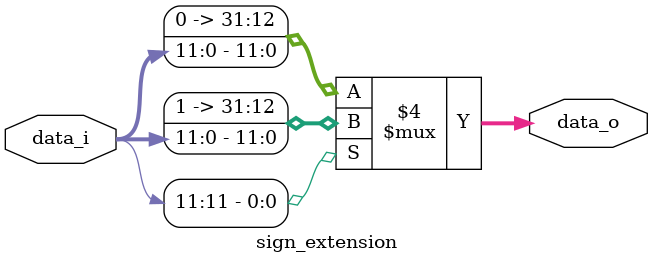
<source format=v>
`timescale 1ns / 1ps


module sign_extension(
    input [11:0] data_i,
    output reg [31:0] data_o
);

    always @(*) begin
        if (data_i[11] == 1) 
            data_o = { {20{1'b1}}, data_i };
        else 
            data_o = { {20{1'b0}}, data_i };
    end

endmodule

</source>
